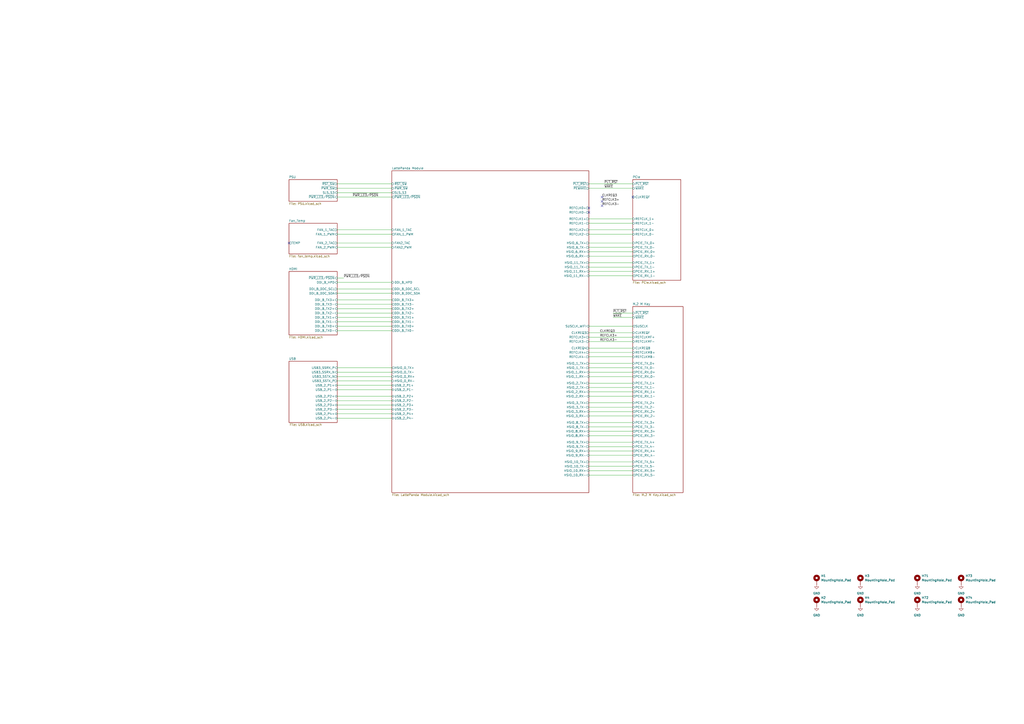
<source format=kicad_sch>
(kicad_sch (version 20231120) (generator "eeschema") (generator_version "8.0")
  (paper "A2")
  (title_block (title "nvme Carrier for LattePanda Mu") (date "2024-05-24") (rev "V1.0.6") (comment 1 "20240406"))
  (lib_symbols
    (symbol "Mechanical:MountingHole_Pad" (pin_numbers hide) (pin_names (offset 1.016) hide)
      (property "Reference" "H" (at 0 6.35 0))
      (property "Value" "MountingHole_Pad" (at 0 4.445 0))
      (symbol "MountingHole_Pad_0_1"
        (circle (center 0 1.27) (radius 1.27) (stroke (width 1.27)))
      )
      (symbol "MountingHole_Pad_1_1"
        (pin input line (at 0 -2.54 90) (length 2.54) (name "1") (number "1"))
      )
    )
    (symbol "power:GND" (power) (pin_numbers hide) (pin_names (offset 0) hide)
      (property "Value" "GND" (at 0 -3.81 0))
      (symbol "GND_0_1"
        (polyline (pts (xy 0 0) (xy 0 -1.27) (xy 1.27 -1.27) (xy 0 -2.54) (xy -1.27 -1.27) (xy 0 -1.27)))
      )
      (symbol "GND_1_1"
        (pin power_in line (at 0 0 270) (length 0) (name "~") (number "1"))
      )
    )
  )
  (no_connect (at 349.25 119.38))
  (no_connect (at 167.64 140.97))
  (no_connect (at 349.25 116.84))
  (no_connect (at 367.03 114.3))
  (no_connect (at 341.63 120.65))
  (no_connect (at 349.25 114.3))
  (no_connect (at 341.63 123.19))
  (wire (pts (xy 195.58 234.95) (xy 227.33 234.95)))
  (wire (pts (xy 367.03 157.48) (xy 341.63 157.48)))
  (wire (pts (xy 195.58 242.57) (xy 227.33 242.57)))
  (wire (pts (xy 227.33 186.69) (xy 195.58 186.69)))
  (wire (pts (xy 341.63 189.23) (xy 367.03 189.23)))
  (wire (pts (xy 195.58 111.76) (xy 227.33 111.76)))
  (wire (pts (xy 195.58 218.44) (xy 227.33 218.44)))
  (wire (pts (xy 367.03 160.02) (xy 341.63 160.02)))
  (wire (pts (xy 227.33 163.83) (xy 195.58 163.83)))
  (wire (pts (xy 341.63 264.16) (xy 367.03 264.16)))
  (wire (pts (xy 341.63 267.97) (xy 367.03 267.97)))
  (wire (pts (xy 341.63 229.87) (xy 367.03 229.87)))
  (wire (pts (xy 367.03 140.97) (xy 341.63 140.97)))
  (wire (pts (xy 341.63 256.54) (xy 367.03 256.54)))
  (wire (pts (xy 367.03 106.68) (xy 341.63 106.68)))
  (wire (pts (xy 341.63 193.04) (xy 367.03 193.04)))
  (wire (pts (xy 227.33 176.53) (xy 195.58 176.53)))
  (wire (pts (xy 341.63 135.89) (xy 367.03 135.89)))
  (wire (pts (xy 341.63 227.33) (xy 367.03 227.33)))
  (wire (pts (xy 341.63 204.47) (xy 367.03 204.47)))
  (wire (pts (xy 341.63 252.73) (xy 367.03 252.73)))
  (wire (pts (xy 199.39 161.29) (xy 195.58 161.29)))
  (wire (pts (xy 195.58 106.68) (xy 227.33 106.68)))
  (wire (pts (xy 195.58 220.98) (xy 227.33 220.98)))
  (wire (pts (xy 195.58 229.87) (xy 227.33 229.87)))
  (wire (pts (xy 341.63 215.9) (xy 367.03 215.9)))
  (wire (pts (xy 341.63 207.01) (xy 367.03 207.01)))
  (wire (pts (xy 341.63 233.68) (xy 367.03 233.68)))
  (wire (pts (xy 341.63 201.93) (xy 367.03 201.93)))
  (wire (pts (xy 341.63 250.19) (xy 367.03 250.19)))
  (wire (pts (xy 227.33 173.99) (xy 195.58 173.99)))
  (wire (pts (xy 195.58 223.52) (xy 227.33 223.52)))
  (wire (pts (xy 195.58 143.51) (xy 227.33 143.51)))
  (wire (pts (xy 341.63 238.76) (xy 367.03 238.76)))
  (wire (pts (xy 341.63 261.62) (xy 367.03 261.62)))
  (wire (pts (xy 195.58 133.35) (xy 227.33 133.35)))
  (wire (pts (xy 341.63 198.12) (xy 367.03 198.12)))
  (wire (pts (xy 341.63 275.59) (xy 367.03 275.59)))
  (wire (pts (xy 341.63 218.44) (xy 367.03 218.44)))
  (wire (pts (xy 195.58 114.3) (xy 227.33 114.3)))
  (wire (pts (xy 367.03 152.4) (xy 341.63 152.4)))
  (wire (pts (xy 341.63 241.3) (xy 367.03 241.3)))
  (wire (pts (xy 341.63 222.25) (xy 367.03 222.25)))
  (wire (pts (xy 341.63 195.58) (xy 367.03 195.58)))
  (wire (pts (xy 227.33 167.64) (xy 195.58 167.64)))
  (wire (pts (xy 367.03 148.59) (xy 341.63 148.59)))
  (wire (pts (xy 195.58 140.97) (xy 227.33 140.97)))
  (wire (pts (xy 341.63 270.51) (xy 367.03 270.51)))
  (wire (pts (xy 227.33 191.77) (xy 195.58 191.77)))
  (wire (pts (xy 367.03 146.05) (xy 341.63 146.05)))
  (wire (pts (xy 341.63 224.79) (xy 367.03 224.79)))
  (wire (pts (xy 195.58 237.49) (xy 227.33 237.49)))
  (wire (pts (xy 355.6 184.15) (xy 367.03 184.15)))
  (wire (pts (xy 227.33 170.18) (xy 195.58 170.18)))
  (wire (pts (xy 367.03 143.51) (xy 341.63 143.51)))
  (wire (pts (xy 227.33 179.07) (xy 195.58 179.07)))
  (wire (pts (xy 227.33 189.23) (xy 195.58 189.23)))
  (wire (pts (xy 195.58 226.06) (xy 227.33 226.06)))
  (wire (pts (xy 195.58 240.03) (xy 227.33 240.03)))
  (wire (pts (xy 227.33 184.15) (xy 195.58 184.15)))
  (wire (pts (xy 195.58 109.22) (xy 227.33 109.22)))
  (wire (pts (xy 341.63 210.82) (xy 367.03 210.82)))
  (wire (pts (xy 195.58 135.89) (xy 227.33 135.89)))
  (wire (pts (xy 355.6 181.61) (xy 367.03 181.61)))
  (wire (pts (xy 195.58 213.36) (xy 227.33 213.36)))
  (wire (pts (xy 341.63 273.05) (xy 367.03 273.05)))
  (wire (pts (xy 341.63 259.08) (xy 367.03 259.08)))
  (wire (pts (xy 341.63 213.36) (xy 367.03 213.36)))
  (wire (pts (xy 341.63 129.54) (xy 367.03 129.54)))
  (wire (pts (xy 341.63 236.22) (xy 367.03 236.22)))
  (wire (pts (xy 367.03 154.94) (xy 341.63 154.94)))
  (wire (pts (xy 227.33 181.61) (xy 195.58 181.61)))
  (wire (pts (xy 341.63 127) (xy 367.03 127)))
  (wire (pts (xy 195.58 215.9) (xy 227.33 215.9)))
  (wire (pts (xy 341.63 133.35) (xy 367.03 133.35)))
  (wire (pts (xy 367.03 109.22) (xy 341.63 109.22)))
  (wire (pts (xy 341.63 245.11) (xy 367.03 245.11)))
  (wire (pts (xy 341.63 247.65) (xy 367.03 247.65)))
  (wire (pts (xy 195.58 232.41) (xy 227.33 232.41)))
  (label "~{PLT_RST}" (at 350.52 106.68 0))
  (label "REFCLK3+" (at 347.98 195.58 0))
  (label "~{PLT_RST}" (at 355.6 181.61 0))
  (label "~{PWR_LED}{slash}~{PSON}" (at 204.47 114.3 0))
  (label "CLKREQ3" (at 349.25 114.3 0))
  (label "CLKREQ3" (at 347.98 193.04 0))
  (label "~{WAKE}" (at 355.6 184.15 0))
  (label "REFCLK3-" (at 347.98 198.12 0))
  (label "~{PWR_LED}{slash}~{PSON}" (at 199.39 161.29 0))
  (label "REFCLK3-" (at 349.25 119.38 0))
  (label "REFCLK3+" (at 349.25 116.84 0))
  (label "~{WAKE}" (at 350.52 109.22 0))
  (symbol (lib_id "Mechanical:MountingHole_Pad") (at 557.53 336.55 0) (unit 1) (in_bom no)
    (property "Reference" "H73" (at 560.07 334.0099 0) (effects (justify left)))
    (property "Value" "MountingHole_Pad" (at 560.07 336.5499 0) (effects (justify left)))
    (property "Footprint" "MountingHole:MountingHole_4mm_Pad_Via" (effects (hide yes)))
  )
  (symbol (lib_id "Mechanical:MountingHole_Pad") (at 473.71 336.55 0) (unit 1) (in_bom no)
    (property "Reference" "H1" (at 476.25 334.01 0) (effects (justify left)))
    (property "Value" "MountingHole_Pad" (at 476.25 336.55 0) (effects (justify left)))
    (property "Footprint" "A_HDJ_Library:MountingHole_3.2mm_M3_Pad_Via" (effects (hide yes)))
  )
  (symbol (lib_id "power:GND") (at 532.13 351.79 0) (unit 1)
    (property "Reference" "#PWR0138" (effects (hide yes)))
    (property "Value" "GND" (at 532.13 356.87 0))
  )
  (symbol (lib_id "power:GND") (at 532.13 339.09 0) (unit 1)
    (property "Reference" "#PWR0132" (effects (hide yes)))
    (property "Value" "GND" (at 532.13 344.17 0))
  )
  (symbol (lib_id "Mechanical:MountingHole_Pad") (at 532.13 349.25 0) (unit 1) (in_bom no)
    (property "Reference" "H72" (at 534.67 346.7099 0) (effects (justify left)))
    (property "Value" "MountingHole_Pad" (at 534.67 349.2499 0) (effects (justify left)))
    (property "Footprint" "MountingHole:MountingHole_4mm_Pad_Via" (effects (hide yes)))
  )
  (symbol (lib_id "power:GND") (at 473.71 339.09 0) (unit 1)
    (property "Reference" "#PWR01" (effects (hide yes)))
    (property "Value" "GND" (at 473.71 344.17 0))
  )
  (symbol (lib_id "Mechanical:MountingHole_Pad") (at 499.11 349.25 0) (unit 1) (in_bom no)
    (property "Reference" "H4" (at 501.65 346.71 0) (effects (justify left)))
    (property "Value" "MountingHole_Pad" (at 501.65 349.25 0) (effects (justify left)))
    (property "Footprint" "A_HDJ_Library:MountingHole_3.2mm_M3_Pad_Via" (effects (hide yes)))
  )
  (symbol (lib_id "power:GND") (at 557.53 339.09 0) (unit 1)
    (property "Reference" "#PWR0144" (effects (hide yes)))
    (property "Value" "GND" (at 557.53 344.17 0))
  )
  (symbol (lib_id "Mechanical:MountingHole_Pad") (at 532.13 336.55 0) (unit 1) (in_bom no)
    (property "Reference" "H71" (at 534.67 334.0099 0) (effects (justify left)))
    (property "Value" "MountingHole_Pad" (at 534.67 336.5499 0) (effects (justify left)))
    (property "Footprint" "MountingHole:MountingHole_4mm_Pad_Via" (effects (hide yes)))
  )
  (symbol (lib_id "power:GND") (at 473.71 351.79 0) (unit 1)
    (property "Reference" "#PWR02" (effects (hide yes)))
    (property "Value" "GND" (at 473.71 356.87 0))
  )
  (symbol (lib_id "Mechanical:MountingHole_Pad") (at 557.53 349.25 0) (unit 1) (in_bom no)
    (property "Reference" "H74" (at 560.07 346.7099 0) (effects (justify left)))
    (property "Value" "MountingHole_Pad" (at 560.07 349.2499 0) (effects (justify left)))
    (property "Footprint" "MountingHole:MountingHole_4mm_Pad_Via" (effects (hide yes)))
  )
  (symbol (lib_id "power:GND") (at 557.53 351.79 0) (unit 1)
    (property "Reference" "#PWR0195" (effects (hide yes)))
    (property "Value" "GND" (at 557.53 356.87 0))
  )
  (symbol (lib_id "Mechanical:MountingHole_Pad") (at 473.71 349.25 0) (unit 1) (in_bom no)
    (property "Reference" "H2" (at 476.25 346.71 0) (effects (justify left)))
    (property "Value" "MountingHole_Pad" (at 476.25 349.25 0) (effects (justify left)))
    (property "Footprint" "A_HDJ_Library:MountingHole_3.2mm_M3_Pad_Via" (effects (hide yes)))
  )
  (symbol (lib_id "Mechanical:MountingHole_Pad") (at 499.11 336.55 0) (unit 1) (in_bom no)
    (property "Reference" "H3" (at 501.65 334.01 0) (effects (justify left)))
    (property "Value" "MountingHole_Pad" (at 501.65 336.55 0) (effects (justify left)))
    (property "Footprint" "A_HDJ_Library:MountingHole_3.2mm_M3_Pad_Via" (effects (hide yes)))
  )
  (symbol (lib_id "power:GND") (at 499.11 339.09 0) (unit 1)
    (property "Reference" "#PWR03" (effects (hide yes)))
    (property "Value" "GND" (at 499.11 344.17 0))
  )
  (symbol (lib_id "power:GND") (at 499.11 351.79 0) (unit 1)
    (property "Reference" "#PWR04" (effects (hide yes)))
    (property "Value" "GND" (at 499.11 356.87 0))
  )
  (sheet (at 367.03 104.14) (size 27.94 58.42) (stroke (width 0.1524))
    (property "Sheetname" "PCIe" (at 367.03 103.4284 0) (effects (justify left bottom)))
    (property "Sheetfile" "PCIe.kicad_sch" (at 367.03 163.1446 0) (effects (justify left top)))
    (pin "PCIE_RX_0-" output (at 367.03 148.59 180))
    (pin "PCIE_RX_0+" output (at 367.03 146.05 180))
    (pin "~{PLT_RST}" input (at 367.03 106.68 180))
    (pin "PCIE_TX_0+" input (at 367.03 140.97 180))
    (pin "PCIE_TX_0-" input (at 367.03 143.51 180))
    (pin "~{WAKE}" input (at 367.03 109.22 180))
    (pin "PCIE_TX_1+" input (at 367.03 152.4 180))
    (pin "PCIE_TX_1-" input (at 367.03 154.94 180))
    (pin "PCIE_RX_1-" output (at 367.03 160.02 180))
    (pin "PCIE_RX_1+" output (at 367.03 157.48 180))
    (pin "CLKREQF" input (at 367.03 114.3 180))
    (pin "REFCLK_1+" input (at 367.03 127 180))
    (pin "REFCLK_1-" input (at 367.03 129.54 180))
    (pin "REFCLK_0+" input (at 367.03 133.35 180))
    (pin "REFCLK_0-" input (at 367.03 135.89 180))
  )
  (sheet (at 167.64 129.54) (size 27.94 17.78) (stroke (width 0.1524))
    (property "Sheetname" "Fan_Temp" (at 167.64 128.8284 0) (effects (justify left bottom)))
    (property "Sheetfile" "fan_temp.kicad_sch" (at 167.64 147.9046 0) (effects (justify left top)))
    (pin "FAN_1_TAC" output (at 195.58 133.35 0))
    (pin "FAN_1_PWM" input (at 195.58 135.89 0))
    (pin "FAN_2_PWM" input (at 195.58 143.51 0))
    (pin "FAN_2_TAC" output (at 195.58 140.97 0))
    (pin "TEMP" output (at 167.64 140.97 180))
  )
  (sheet (at 227.33 99.06) (size 114.3 186.69) (stroke (width 0.1524))
    (property "Sheetname" "LattePanda Module" (at 227.33 98.3484 0) (effects (justify left bottom)))
    (property "Sheetfile" "LattePanda Module.kicad_sch" (at 227.33 286.3346 0) (effects (justify left top)))
    (pin "HSIO_11_TX+" output (at 341.63 152.4 0))
    (pin "HSIO_11_TX-" output (at 341.63 154.94 0))
    (pin "HSIO_11_RX+" input (at 341.63 157.48 0))
    (pin "HSIO_11_RX-" input (at 341.63 160.02 0))
    (pin "HSIO_6_TX-" output (at 341.63 143.51 0))
    (pin "HSIO_6_RX+" input (at 341.63 146.05 0))
    (pin "HSIO_6_RX-" input (at 341.63 148.59 0))
    (pin "HSIO_6_TX+" output (at 341.63 140.97 0))
    (pin "USB_2_P1-" bidirectional (at 227.33 226.06 180))
    (pin "USB_2_P1+" bidirectional (at 227.33 223.52 180))
    (pin "USB_2_P3+" bidirectional (at 227.33 234.95 180))
    (pin "USB_2_P3-" bidirectional (at 227.33 237.49 180))
    (pin "HSIO_8_TX+" output (at 341.63 245.11 0))
    (pin "HSIO_8_TX-" output (at 341.63 247.65 0))
    (pin "HSIO_1_TX-" output (at 341.63 213.36 0))
    (pin "HSIO_1_RX+" input (at 341.63 215.9 0))
    (pin "HSIO_1_RX-" input (at 341.63 218.44 0))
    (pin "HSIO_0_TX-" output (at 227.33 215.9 180))
    (pin "HSIO_0_TX+" output (at 227.33 213.36 180))
    (pin "HSIO_9_TX-" output (at 341.63 259.08 0))
    (pin "HSIO_9_TX+" output (at 341.63 256.54 0))
    (pin "HSIO_8_RX+" input (at 341.63 250.19 0))
    (pin "HSIO_8_RX-" input (at 341.63 252.73 0))
    (pin "HSIO_9_RX+" input (at 341.63 261.62 0))
    (pin "HSIO_10_RX-" input (at 341.63 275.59 0))
    (pin "HSIO_9_RX-" input (at 341.63 264.16 0))
    (pin "HSIO_10_RX+" input (at 341.63 273.05 0))
    (pin "HSIO_10_TX+" output (at 341.63 267.97 0))
    (pin "HSIO_10_TX-" output (at 341.63 270.51 0))
    (pin "HSIO_0_RX-" input (at 227.33 220.98 180))
    (pin "HSIO_1_TX+" output (at 341.63 210.82 0))
    (pin "HSIO_0_RX+" input (at 227.33 218.44 180))
    (pin "~{PLT_RST}" output (at 341.63 106.68 0))
    (pin "~{PEWAKE}" output (at 341.63 109.22 0))
    (pin "DDI_B_TX1+" output (at 227.33 184.15 180))
    (pin "DDI_B_TX2+" output (at 227.33 179.07 180))
    (pin "DDI_B_TX2-" output (at 227.33 181.61 180))
    (pin "DDI_B_TX0-" output (at 227.33 191.77 180))
    (pin "DDI_B_TX0+" output (at 227.33 189.23 180))
    (pin "DDI_B_TX1-" output (at 227.33 186.69 180))
    (pin "DDI_B_TX3-" output (at 227.33 176.53 180))
    (pin "DDI_B_DDC_SDA" bidirectional (at 227.33 170.18 180))
    (pin "DDI_B_TX3+" output (at 227.33 173.99 180))
    (pin "DDI_B_HPD" input (at 227.33 163.83 180))
    (pin "DDI_B_DDC_SCL" output (at 227.33 167.64 180))
    (pin "~{PWR_LED}{slash}~{PSON}" output (at 227.33 114.3 180))
    (pin "~{PWR_SW}" input (at 227.33 109.22 180))
    (pin "~{RST_SW}" input (at 227.33 106.68 180))
    (pin "SLS_S3" output (at 227.33 111.76 180))
    (pin "HSIO_2_TX+" output (at 341.63 222.25 0))
    (pin "HSIO_2_RX+" input (at 341.63 227.33 0))
    (pin "HSIO_2_RX-" input (at 341.63 229.87 0))
    (pin "HSIO_2_TX-" output (at 341.63 224.79 0))
    (pin "SUSCLK_WIFI" input (at 341.63 189.23 0))
    (pin "FAN_1_PWM" output (at 227.33 135.89 180))
    (pin "FAN_1_TAC" input (at 227.33 133.35 180))
    (pin "HSIO_3_TX+" output (at 341.63 233.68 0))
    (pin "HSIO_3_TX-" output (at 341.63 236.22 0))
    (pin "HSIO_3_RX+" input (at 341.63 238.76 0))
    (pin "HSIO_3_RX-" input (at 341.63 241.3 0))
    (pin "CLKREQ4" output (at 341.63 201.93 0))
    (pin "REFCLK3-" output (at 341.63 198.12 0))
    (pin "REFCLK4+" output (at 341.63 204.47 0))
    (pin "REFCLK3+" output (at 341.63 195.58 0))
    (pin "REFCLK4-" output (at 341.63 207.01 0))
    (pin "CLKREQ3" output (at 341.63 193.04 0))
    (pin "REFCLK1-" output (at 341.63 129.54 0))
    (pin "REFCLK2+" output (at 341.63 133.35 0))
    (pin "FAN2_TAC" input (at 227.33 140.97 180))
    (pin "FAN2_PWM" input (at 227.33 143.51 180))
    (pin "REFCLK1+" output (at 341.63 127 0))
    (pin "REFCLK0+" output (at 341.63 120.65 0))
    (pin "REFCLK0-" output (at 341.63 123.19 0))
    (pin "REFCLK2-" output (at 341.63 135.89 0))
    (pin "USB_2_P2+" bidirectional (at 227.33 229.87 180))
    (pin "USB_2_P2-" bidirectional (at 227.33 232.41 180))
    (pin "USB_2_P4+" bidirectional (at 227.33 240.03 180))
    (pin "USB_2_P4-" bidirectional (at 227.33 242.57 180))
  )
  (sheet (at 167.64 157.48) (size 27.94 36.83) (stroke (width 0.1524))
    (property "Sheetname" "HDMI" (at 167.64 156.7684 0) (effects (justify left bottom)))
    (property "Sheetfile" "HDMI.kicad_sch" (at 167.64 194.8946 0) (effects (justify left top)))
    (pin "DDI_B_DDC_SCL" output (at 195.58 167.64 0))
    (pin "DDI_B_DDC_SDA" bidirectional (at 195.58 170.18 0))
    (pin "DDI_B_TX2+" input (at 195.58 179.07 0))
    (pin "DDI_B_TX2-" input (at 195.58 181.61 0))
    (pin "DDI_B_TX1+" input (at 195.58 184.15 0))
    (pin "DDI_B_TX1-" input (at 195.58 186.69 0))
    (pin "DDI_B_TX0-" input (at 195.58 191.77 0))
    (pin "DDI_B_TX3+" input (at 195.58 173.99 0))
    (pin "DDI_B_TX3-" input (at 195.58 176.53 0))
    (pin "DDI_B_TX0+" input (at 195.58 189.23 0))
    (pin "DDI_B_HPD" input (at 195.58 163.83 0))
    (pin "~{PWR_LED}{slash}~{PSON}" input (at 195.58 161.29 0))
  )
  (sheet (at 167.64 104.14) (size 27.94 12.7) (stroke (width 0.1524))
    (property "Sheetname" "PSU" (at 167.64 103.4284 0) (effects (justify left bottom)))
    (property "Sheetfile" "PSU.kicad_sch" (at 167.64 117.4246 0) (effects (justify left top)))
    (pin "~{PWR_LED}{slash}~{PSON}" input (at 195.58 114.3 0))
    (pin "SLS_S3" input (at 195.58 111.76 0))
    (pin "~{PWR_SW}" output (at 195.58 109.22 0))
    (pin "~{RST_SW}" output (at 195.58 106.68 0))
  )
  (sheet (at 367.03 177.8) (size 29.21 107.95) (stroke (width 0.1524))
    (property "Sheetname" "M.2 M Key" (at 367.03 177.0884 0) (effects (justify left bottom)))
    (property "Sheetfile" "M.2 M Key.kicad_sch" (at 367.03 286.3346 0) (effects (justify left top)))
    (pin "SUSCLK" output (at 367.03 189.23 180))
    (pin "~{PLT_RST}" input (at 367.03 181.61 180))
    (pin "~{WAKE}" input (at 367.03 184.15 180))
    (pin "PCIE_TX_1+" input (at 367.03 222.25 180))
    (pin "PCIE_RX_1+" output (at 367.03 227.33 180))
    (pin "PCIE_RX_1-" output (at 367.03 229.87 180))
    (pin "PCIE_TX_1-" input (at 367.03 224.79 180))
    (pin "PCIE_RX_3-" output (at 367.03 252.73 180))
    (pin "PCIE_TX_3+" input (at 367.03 245.11 180))
    (pin "PCIE_TX_3-" input (at 367.03 247.65 180))
    (pin "PCIE_RX_3+" output (at 367.03 250.19 180))
    (pin "PCIE_RX_0+" output (at 367.03 215.9 180))
    (pin "PCIE_RX_0-" output (at 367.03 218.44 180))
    (pin "PCIE_TX_0+" input (at 367.03 210.82 180))
    (pin "PCIE_TX_0-" input (at 367.03 213.36 180))
    (pin "PCIE_RX_4+" output (at 367.03 261.62 180))
    (pin "PCIE_RX_4-" output (at 367.03 264.16 180))
    (pin "PCIE_TX_4+" input (at 367.03 256.54 180))
    (pin "PCIE_TX_4-" input (at 367.03 259.08 180))
    (pin "PCIE_TX_5-" input (at 367.03 270.51 180))
    (pin "PCIE_RX_5+" output (at 367.03 273.05 180))
    (pin "PCIE_RX_5-" output (at 367.03 275.59 180))
    (pin "PCIE_TX_5+" input (at 367.03 267.97 180))
    (pin "PCIE_TX_2-" input (at 367.03 236.22 180))
    (pin "PCIE_RX_2+" output (at 367.03 238.76 180))
    (pin "PCIE_RX_2-" output (at 367.03 241.3 180))
    (pin "PCIE_TX_2+" input (at 367.03 233.68 180))
    (pin "REFCLKMF-" input (at 367.03 198.12 180))
    (pin "REFCLKMF+" input (at 367.03 195.58 180))
    (pin "CLKREQF" input (at 367.03 193.04 180))
    (pin "REFCLKMB+" input (at 367.03 204.47 180))
    (pin "REFCLKMB-" input (at 367.03 207.01 180))
    (pin "CLKREQB" input (at 367.03 201.93 180))
  )
  (sheet (at 167.64 209.55) (size 27.94 35.56) (stroke (width 0.1524))
    (property "Sheetname" "USB" (at 167.64 208.8384 0) (effects (justify left bottom)))
    (property "Sheetfile" "USB.kicad_sch" (at 167.894 245.618 0) (effects (justify left top)))
    (pin "USB_2_P2+" bidirectional (at 195.58 229.87 0))
    (pin "USB_2_P1-" bidirectional (at 195.58 226.06 0))
    (pin "USB_2_P1+" bidirectional (at 195.58 223.52 0))
    (pin "USB_2_P2-" bidirectional (at 195.58 232.41 0))
    (pin "USB_2_P3-" bidirectional (at 195.58 237.49 0))
    (pin "USB3_SSRX_P" input (at 195.58 213.36 0))
    (pin "USB3_SSRX_N" input (at 195.58 215.9 0))
    (pin "USB_2_P3+" bidirectional (at 195.58 234.95 0))
    (pin "USB3_SSTX_N" output (at 195.58 218.44 0))
    (pin "USB3_SSTX_P" output (at 195.58 220.98 0))
    (pin "USB_2_P4-" bidirectional (at 195.58 242.57 0))
    (pin "USB_2_P4+" bidirectional (at 195.58 240.03 0))
  )
)
</source>
